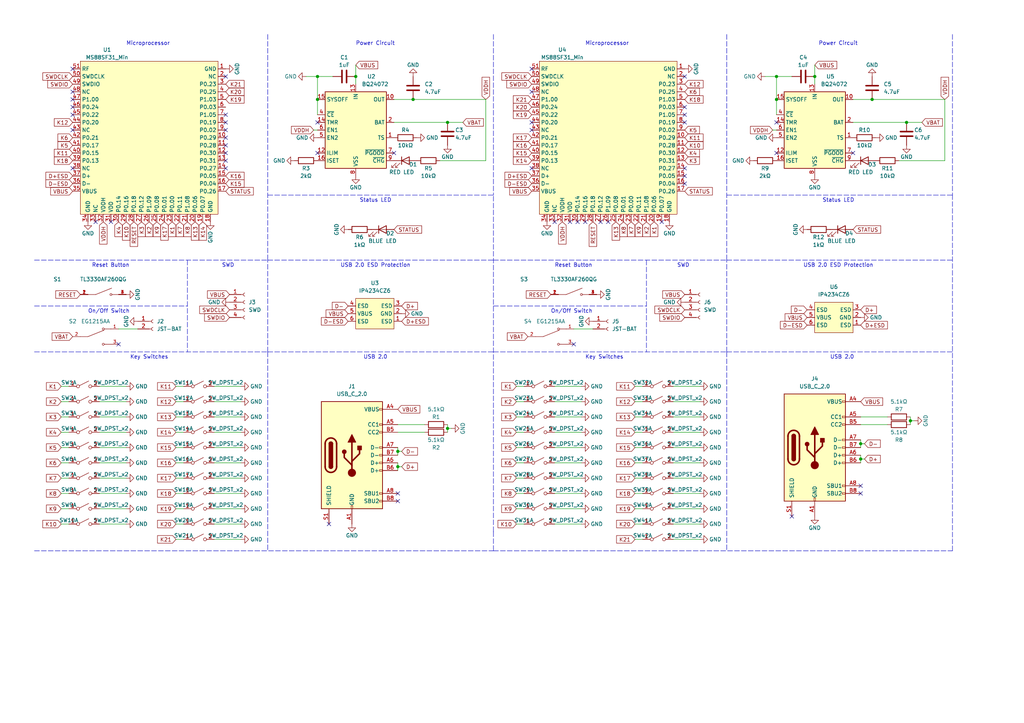
<source format=kicad_sch>
(kicad_sch (version 20211123) (generator eeschema)
  (paper "User" 340.004 240.005)
  (title_block (title "Estoc"))
  (junction (at 257.81 25.4))
  (junction (at 105.41 33.02))
  (junction (at 300.99 40.64))
  (junction (at 132.08 149.86))
  (junction (at 118.11 25.4))
  (junction (at 105.41 25.4))
  (junction (at 285.75 147.32))
  (junction (at 270.51 25.4))
  (junction (at 257.81 33.02))
  (junction (at 137.16 33.02))
  (junction (at 148.59 40.64))
  (junction (at 148.59 142.24))
  (junction (at 302.26 139.7))
  (junction (at 132.08 154.94))
  (junction (at 285.75 152.4))
  (junction (at 289.56 33.02))
  (no_connect (at 105.41 50.8))
  (no_connect (at 176.53 55.88))
  (no_connect (at 285.75 163.83))
  (no_connect (at 105.41 40.64))
  (no_connect (at 130.81 50.8))
  (no_connect (at 176.53 43.18))
  (no_connect (at 283.21 50.8))
  (no_connect (at 189.23 73.66))
  (no_connect (at 39.37 114.3))
  (no_connect (at 184.15 73.66))
  (no_connect (at 132.08 166.37))
  (no_connect (at 132.08 163.83))
  (no_connect (at 285.75 161.29))
  (no_connect (at 24.13 22.86))
  (no_connect (at 257.81 50.8))
  (no_connect (at 262.89 171.45))
  (no_connect (at 257.81 40.64))
  (no_connect (at 24.13 30.48))
  (no_connect (at 74.93 25.4))
  (no_connect (at 36.83 73.66))
  (no_connect (at 31.75 73.66))
  (no_connect (at 24.13 43.18))
  (no_connect (at 24.13 55.88))
  (no_connect (at 190.5 114.3))
  (no_connect (at 24.13 33.02))
  (no_connect (at 24.13 35.56))
  (no_connect (at 24.13 38.1))
  (no_connect (at 74.93 55.88))
  (no_connect (at 74.93 53.34))
  (no_connect (at 74.93 50.8))
  (no_connect (at 74.93 48.26))
  (no_connect (at 74.93 45.72))
  (no_connect (at 74.93 43.18))
  (no_connect (at 74.93 40.64))
  (no_connect (at 74.93 38.1))
  (no_connect (at 219.71 73.66))
  (no_connect (at 227.33 58.42))
  (no_connect (at 227.33 60.96))
  (no_connect (at 227.33 38.1))
  (no_connect (at 227.33 35.56))
  (no_connect (at 201.93 73.66))
  (no_connect (at 227.33 55.88))
  (no_connect (at 227.33 40.64))
  (no_connect (at 194.31 73.66))
  (no_connect (at 199.39 73.66))
  (no_connect (at 191.77 73.66))
  (no_connect (at 176.53 40.64))
  (no_connect (at 176.53 22.86))
  (no_connect (at 227.33 25.4))
  (no_connect (at 109.22 173.99))
  (no_connect (at 176.53 30.48))
  (wire (pts (xy 118.11 21.59) (xy 118.11 25.4)))
  (wire (pts (xy 171.45 153.67) (xy 173.99 153.67)))
  (wire (pts (xy 285.75 152.4) (xy 287.02 152.4)))
  (wire (pts (xy 161.29 53.34) (xy 146.05 53.34)))
  (wire (pts (xy 232.41 138.43) (xy 223.52 138.43)))
  (wire (pts (xy 41.91 128.27) (xy 33.02 128.27)))
  (wire (pts (xy 80.01 179.07) (xy 71.12 179.07)))
  (wire (pts (xy 20.32 148.59) (xy 22.86 148.59)))
  (wire (pts (xy 294.64 140.97) (xy 285.75 140.97)))
  (wire (pts (xy 58.42 173.99) (xy 60.96 173.99)))
  (wire (pts (xy 210.82 173.99) (xy 213.36 173.99)))
  (wire (pts (xy 20.32 158.75) (xy 22.86 158.75)))
  (wire (pts (xy 193.04 128.27) (xy 184.15 128.27)))
  (wire (pts (xy 80.01 163.83) (xy 71.12 163.83)))
  (wire (pts (xy 80.01 153.67) (xy 71.12 153.67)))
  (polyline (pts (xy 62.23 86.36) (xy 62.23 116.84)))
  (wire (pts (xy 232.41 168.91) (xy 223.52 168.91)))
  (wire (pts (xy 302.26 139.7) (xy 303.53 139.7)))
  (wire (pts (xy 58.42 128.27) (xy 60.96 128.27)))
  (polyline (pts (xy 163.83 176.53) (xy 163.83 64.77)))
  (wire (pts (xy 256.54 43.18) (xy 257.81 43.18)))
  (wire (pts (xy 80.01 158.75) (xy 71.12 158.75)))
  (wire (pts (xy 80.01 148.59) (xy 71.12 148.59)))
  (wire (pts (xy 20.32 133.35) (xy 22.86 133.35)))
  (wire (pts (xy 289.56 33.02) (xy 313.69 33.02)))
  (wire (pts (xy 210.82 163.83) (xy 213.36 163.83)))
  (polyline (pts (xy 241.3 116.84) (xy 316.23 116.84)))
  (wire (pts (xy 254 25.4) (xy 257.81 25.4)))
  (wire (pts (xy 171.45 138.43) (xy 173.99 138.43)))
  (wire (pts (xy 270.51 21.59) (xy 270.51 25.4)))
  (wire (pts (xy 285.75 152.4) (xy 285.75 153.67)))
  (wire (pts (xy 132.08 154.94) (xy 133.35 154.94)))
  (wire (pts (xy 171.45 133.35) (xy 173.99 133.35)))
  (wire (pts (xy 193.04 148.59) (xy 184.15 148.59)))
  (wire (pts (xy 300.99 40.64) (xy 306.07 40.64)))
  (wire (pts (xy 41.91 158.75) (xy 33.02 158.75)))
  (polyline (pts (xy 214.63 86.36) (xy 214.63 116.84)))
  (wire (pts (xy 58.42 133.35) (xy 60.96 133.35)))
  (polyline (pts (xy 88.9 86.36) (xy 163.83 86.36)))
  (polyline (pts (xy 88.9 116.84) (xy 163.83 116.84)))
  (wire (pts (xy 140.97 140.97) (xy 132.08 140.97)))
  (polyline (pts (xy 11.43 101.6) (xy 62.23 101.6)))
  (wire (pts (xy 193.04 143.51) (xy 184.15 143.51)))
  (wire (pts (xy 232.41 163.83) (xy 223.52 163.83)))
  (wire (pts (xy 132.08 153.67) (xy 132.08 154.94)))
  (polyline (pts (xy 316.23 182.88) (xy 316.23 64.77)))
  (polyline (pts (xy 163.83 101.6) (xy 214.63 101.6)))
  (wire (pts (xy 45.72 109.22) (xy 39.37 109.22)))
  (wire (pts (xy 232.41 153.67) (xy 223.52 153.67)))
  (wire (pts (xy 294.64 138.43) (xy 285.75 138.43)))
  (wire (pts (xy 20.32 138.43) (xy 22.86 138.43)))
  (polyline (pts (xy 316.23 11.43) (xy 316.23 64.77)))
  (wire (pts (xy 161.29 33.02) (xy 161.29 53.34)))
  (polyline (pts (xy 241.3 116.84) (xy 241.3 86.36)))
  (wire (pts (xy 132.08 149.86) (xy 133.35 149.86)))
  (wire (pts (xy 285.75 146.05) (xy 285.75 147.32)))
  (polyline (pts (xy 241.3 11.43) (xy 241.3 86.36)))
  (wire (pts (xy 148.59 142.24) (xy 149.86 142.24)))
  (polyline (pts (xy 163.83 176.53) (xy 163.83 182.88)))
  (polyline (pts (xy 241.3 86.36) (xy 316.23 86.36)))
  (wire (pts (xy 210.82 143.51) (xy 213.36 143.51)))
  (polyline (pts (xy 88.9 116.84) (xy 88.9 182.88)))
  (polyline (pts (xy 88.9 116.84) (xy 88.9 86.36)))
  (wire (pts (xy 148.59 140.97) (xy 148.59 142.24)))
  (wire (pts (xy 210.82 133.35) (xy 213.36 133.35)))
  (wire (pts (xy 210.82 148.59) (xy 213.36 148.59)))
  (wire (pts (xy 210.82 138.43) (xy 213.36 138.43)))
  (wire (pts (xy 232.41 179.07) (xy 223.52 179.07)))
  (wire (pts (xy 257.81 25.4) (xy 257.81 33.02)))
  (wire (pts (xy 58.42 158.75) (xy 60.96 158.75)))
  (wire (pts (xy 80.01 168.91) (xy 71.12 168.91)))
  (wire (pts (xy 58.42 168.91) (xy 60.96 168.91)))
  (wire (pts (xy 58.42 143.51) (xy 60.96 143.51)))
  (wire (pts (xy 80.01 173.99) (xy 71.12 173.99)))
  (wire (pts (xy 105.41 25.4) (xy 110.49 25.4)))
  (wire (pts (xy 20.32 143.51) (xy 22.86 143.51)))
  (polyline (pts (xy 241.3 116.84) (xy 241.3 182.88)))
  (wire (pts (xy 193.04 163.83) (xy 184.15 163.83)))
  (polyline (pts (xy 163.83 116.84) (xy 241.3 116.84)))
  (wire (pts (xy 130.81 40.64) (xy 148.59 40.64)))
  (wire (pts (xy 285.75 151.13) (xy 285.75 152.4)))
  (wire (pts (xy 257.81 33.02) (xy 257.81 38.1)))
  (polyline (pts (xy 163.83 182.88) (xy 316.23 182.88)))
  (wire (pts (xy 132.08 149.86) (xy 132.08 151.13)))
  (wire (pts (xy 58.42 153.67) (xy 60.96 153.67)))
  (polyline (pts (xy 11.43 116.84) (xy 88.9 116.84)))
  (wire (pts (xy 140.97 143.51) (xy 132.08 143.51)))
  (wire (pts (xy 80.01 138.43) (xy 71.12 138.43)))
  (wire (pts (xy 232.41 128.27) (xy 223.52 128.27)))
  (wire (pts (xy 41.91 148.59) (xy 33.02 148.59)))
  (wire (pts (xy 58.42 179.07) (xy 60.96 179.07)))
  (wire (pts (xy 104.14 43.18) (xy 105.41 43.18)))
  (wire (pts (xy 171.45 143.51) (xy 173.99 143.51)))
  (wire (pts (xy 105.41 33.02) (xy 105.41 38.1)))
  (wire (pts (xy 20.32 128.27) (xy 22.86 128.27)))
  (wire (pts (xy 210.82 168.91) (xy 213.36 168.91)))
  (wire (pts (xy 302.26 139.7) (xy 302.26 140.97)))
  (wire (pts (xy 41.91 138.43) (xy 33.02 138.43)))
  (wire (pts (xy 41.91 133.35) (xy 33.02 133.35)))
  (wire (pts (xy 80.01 133.35) (xy 71.12 133.35)))
  (wire (pts (xy 41.91 168.91) (xy 33.02 168.91)))
  (wire (pts (xy 58.42 138.43) (xy 60.96 138.43)))
  (wire (pts (xy 313.69 53.34) (xy 298.45 53.34)))
  (wire (pts (xy 285.75 147.32) (xy 287.02 147.32)))
  (polyline (pts (xy 163.83 11.43) (xy 163.83 64.77)))
  (wire (pts (xy 132.08 154.94) (xy 132.08 156.21)))
  (wire (pts (xy 130.81 33.02) (xy 137.16 33.02)))
  (wire (pts (xy 210.82 179.07) (xy 213.36 179.07)))
  (wire (pts (xy 20.32 153.67) (xy 22.86 153.67)))
  (wire (pts (xy 148.59 142.24) (xy 148.59 143.51)))
  (polyline (pts (xy 241.3 64.77) (xy 316.23 64.77)))
  (wire (pts (xy 58.42 148.59) (xy 60.96 148.59)))
  (wire (pts (xy 210.82 158.75) (xy 213.36 158.75)))
  (wire (pts (xy 193.04 168.91) (xy 184.15 168.91)))
  (polyline (pts (xy 11.43 86.36) (xy 88.9 86.36)))
  (wire (pts (xy 285.75 147.32) (xy 285.75 148.59)))
  (wire (pts (xy 171.45 148.59) (xy 173.99 148.59)))
  (polyline (pts (xy 11.43 182.88) (xy 163.83 182.88)))
  (wire (pts (xy 80.01 128.27) (xy 71.12 128.27)))
  (wire (pts (xy 132.08 148.59) (xy 132.08 149.86)))
  (wire (pts (xy 41.91 173.99) (xy 33.02 173.99)))
  (wire (pts (xy 302.26 138.43) (xy 302.26 139.7)))
  (wire (pts (xy 283.21 40.64) (xy 300.99 40.64)))
  (wire (pts (xy 58.42 163.83) (xy 60.96 163.83)))
  (wire (pts (xy 283.21 33.02) (xy 289.56 33.02)))
  (wire (pts (xy 257.81 25.4) (xy 262.89 25.4)))
  (wire (pts (xy 171.45 168.91) (xy 173.99 168.91)))
  (wire (pts (xy 232.41 133.35) (xy 223.52 133.35)))
  (wire (pts (xy 232.41 173.99) (xy 223.52 173.99)))
  (wire (pts (xy 193.04 133.35) (xy 184.15 133.35)))
  (polyline (pts (xy 88.9 11.43) (xy 88.9 86.36)))
  (polyline (pts (xy 163.83 86.36) (xy 241.3 86.36)))
  (wire (pts (xy 171.45 158.75) (xy 173.99 158.75)))
  (wire (pts (xy 210.82 128.27) (xy 213.36 128.27)))
  (wire (pts (xy 105.41 25.4) (xy 105.41 33.02)))
  (wire (pts (xy 20.32 163.83) (xy 22.86 163.83)))
  (wire (pts (xy 210.82 153.67) (xy 213.36 153.67)))
  (wire (pts (xy 20.32 168.91) (xy 22.86 168.91)))
  (wire (pts (xy 137.16 33.02) (xy 161.29 33.02)))
  (wire (pts (xy 80.01 143.51) (xy 71.12 143.51)))
  (wire (pts (xy 41.91 163.83) (xy 33.02 163.83)))
  (wire (pts (xy 193.04 153.67) (xy 184.15 153.67)))
  (wire (pts (xy 232.41 143.51) (xy 223.52 143.51)))
  (wire (pts (xy 118.11 25.4) (xy 118.11 27.94)))
  (wire (pts (xy 313.69 33.02) (xy 313.69 53.34)))
  (wire (pts (xy 270.51 25.4) (xy 270.51 27.94)))
  (wire (pts (xy 232.41 158.75) (xy 223.52 158.75)))
  (polyline (pts (xy 88.9 64.77) (xy 163.83 64.77)))
  (wire (pts (xy 171.45 173.99) (xy 173.99 173.99)))
  (wire (pts (xy 232.41 148.59) (xy 223.52 148.59)))
  (wire (pts (xy 41.91 153.67) (xy 33.02 153.67)))
  (wire (pts (xy 171.45 128.27) (xy 173.99 128.27)))
  (wire (pts (xy 101.6 25.4) (xy 105.41 25.4)))
  (wire (pts (xy 193.04 158.75) (xy 184.15 158.75)))
  (wire (pts (xy 171.45 163.83) (xy 173.99 163.83)))
  (wire (pts (xy 20.32 173.99) (xy 22.86 173.99)))
  (wire (pts (xy 148.59 40.64) (xy 153.67 40.64)))
  (wire (pts (xy 196.85 109.22) (xy 190.5 109.22)))
  (wire (pts (xy 193.04 173.99) (xy 184.15 173.99)))
  (wire (pts (xy 193.04 138.43) (xy 184.15 138.43)))
  (wire (pts (xy 41.91 143.51) (xy 33.02 143.51)))
  (text "SWD" (at 224.79 88.9 0) (effects (font (size 1.27 1.27)) (justify left bottom)))
  (text "USB 2.0" (at 120.65 119.38 0) (effects (font (size 1.27 1.27)) (justify left bottom)))
  (text "Power Circuit" (at 118.11 15.24 0) (effects (font (size 1.27 1.27)) (justify left bottom)))
  (text "Key Switches" (at 43.18 119.38 0) (effects (font (size 1.27 1.27)) (justify left bottom)))
  (text "USB 2.0 ESD Protection" (at 266.7 88.9 0) (effects (font (size 1.27 1.27)) (justify left bottom)))
  (text "Status LED" (at 273.05 67.31 0) (effects (font (size 1.27 1.27)) (justify left bottom)))
  (text "USB 2.0 ESD Protection" (at 113.03 88.9 0) (effects (font (size 1.27 1.27)) (justify left bottom)))
  (text "SWD" (at 73.66 88.9 0) (effects (font (size 1.27 1.27)) (justify left bottom)))
  (text "Microprocessor" (at 194.31 15.24 0) (effects (font (size 1.27 1.27)) (justify left bottom)))
  (text "Reset Button" (at 30.48 88.9 0) (effects (font (size 1.27 1.27)) (justify left bottom)))
  (text "Status LED" (at 119.38 67.31 0) (effects (font (size 1.27 1.27)) (justify left bottom)))
  (text "On/Off Switch" (at 29.21 104.14 0) (effects (font (size 1.27 1.27)) (justify left bottom)))
  (text "Reset Button" (at 184.15 88.9 0) (effects (font (size 1.27 1.27)) (justify left bottom)))
  (text "Power Circuit" (at 271.78 15.24 0) (effects (font (size 1.27 1.27)) (justify left bottom)))
  (text "Key Switches" (at 194.31 119.38 0) (effects (font (size 1.27 1.27)) (justify left bottom)))
  (text "Microprocessor" (at 41.91 15.24 0) (effects (font (size 1.27 1.27)) (justify left bottom)))
  (text "USB 2.0" (at 275.59 119.38 0) (effects (font (size 1.27 1.27)) (justify left bottom)))
  (text "On/Off Switch" (at 182.88 104.14 0) (effects (font (size 1.27 1.27)) (justify left bottom)))
  (global_label "K7" (shape input) (at 209.55 73.66 270) (property "Intersheet References" "${INTERSHEET_REFS}" (effects hide)))
  (global_label "K2" (shape input) (at 20.32 133.35 180) (property "Intersheet References" "${INTERSHEET_REFS}" (effects hide)))
  (global_label "K2" (shape input) (at 171.45 133.35 180) (property "Intersheet References" "${INTERSHEET_REFS}" (effects hide)))
  (global_label "K15" (shape input) (at 58.42 148.59 180) (property "Intersheet References" "${INTERSHEET_REFS}" (effects hide)))
  (global_label "K1" (shape input) (at 171.45 128.27 180) (property "Intersheet References" "${INTERSHEET_REFS}" (effects hide)))
  (global_label "K2" (shape input) (at 49.53 73.66 270) (property "Intersheet References" "${INTERSHEET_REFS}" (effects hide)))
  (global_label "STATUS" (shape input) (at 74.93 63.5 0) (property "Intersheet References" "${INTERSHEET_REFS}" (effects hide)))
  (global_label "SWDCLK" (shape input) (at 227.33 102.87 180) (property "Intersheet References" "${INTERSHEET_REFS}" (effects hide)))
  (global_label "K16" (shape input) (at 176.53 48.26 180) (property "Intersheet References" "${INTERSHEET_REFS}" (effects hide)))
  (global_label "K14" (shape input) (at 58.42 143.51 180) (property "Intersheet References" "${INTERSHEET_REFS}" (effects hide)))
  (global_label "K1" (shape input) (at 217.17 73.66 270) (property "Intersheet References" "${INTERSHEET_REFS}" (effects hide)))
  (global_label "VDDH" (shape input) (at 313.69 33.02 90) (property "Intersheet References" "${INTERSHEET_REFS}" (effects hide)))
  (global_label "K16" (shape input) (at 58.42 153.67 180) (property "Intersheet References" "${INTERSHEET_REFS}" (effects hide)))
  (global_label "D+" (shape input) (at 285.75 102.87 0) (property "Intersheet References" "${INTERSHEET_REFS}" (effects hide)))
  (global_label "K5" (shape input) (at 171.45 148.59 180) (property "Intersheet References" "${INTERSHEET_REFS}" (effects hide)))
  (global_label "D-" (shape input) (at 287.02 147.32 0) (property "Intersheet References" "${INTERSHEET_REFS}" (effects hide)))
  (global_label "RESET" (shape input) (at 44.45 73.66 270) (property "Intersheet References" "${INTERSHEET_REFS}" (effects hide)))
  (global_label "K9" (shape input) (at 212.09 73.66 270) (property "Intersheet References" "${INTERSHEET_REFS}" (effects hide)))
  (global_label "VDDH" (shape input) (at 34.29 73.66 270) (property "Intersheet References" "${INTERSHEET_REFS}" (effects hide)))
  (global_label "SWDCLK" (shape input) (at 76.2 102.87 180) (property "Intersheet References" "${INTERSHEET_REFS}" (effects hide)))
  (global_label "RESET" (shape input) (at 26.67 97.79 180) (property "Intersheet References" "${INTERSHEET_REFS}" (effects hide)))
  (global_label "VBAT" (shape input) (at 153.67 40.64 0) (property "Intersheet References" "${INTERSHEET_REFS}" (effects hide)))
  (global_label "K20" (shape input) (at 210.82 173.99 180) (property "Intersheet References" "${INTERSHEET_REFS}" (effects hide)))
  (global_label "D-" (shape input) (at 115.57 101.6 180) (property "Intersheet References" "${INTERSHEET_REFS}" (effects hide)))
  (global_label "K14" (shape input) (at 67.31 73.66 270) (property "Intersheet References" "${INTERSHEET_REFS}" (effects hide)))
  (global_label "SWDCLK" (shape input) (at 176.53 25.4 180) (property "Intersheet References" "${INTERSHEET_REFS}" (effects hide)))
  (global_label "SWDIO" (shape input) (at 76.2 105.41 180) (property "Intersheet References" "${INTERSHEET_REFS}" (effects hide)))
  (global_label "K12" (shape input) (at 58.42 133.35 180) (property "Intersheet References" "${INTERSHEET_REFS}" (effects hide)))
  (global_label "K20" (shape input) (at 74.93 30.48 0) (property "Intersheet References" "${INTERSHEET_REFS}" (effects hide)))
  (global_label "VBUS" (shape input) (at 24.13 63.5 180) (property "Intersheet References" "${INTERSHEET_REFS}" (effects hide)))
  (global_label "K20" (shape input) (at 176.53 35.56 180) (property "Intersheet References" "${INTERSHEET_REFS}" (effects hide)))
  (global_label "K20" (shape input) (at 58.42 173.99 180) (property "Intersheet References" "${INTERSHEET_REFS}" (effects hide)))
  (global_label "D-" (shape input) (at 267.97 102.87 180) (property "Intersheet References" "${INTERSHEET_REFS}" (effects hide)))
  (global_label "K12" (shape input) (at 24.13 40.64 180) (property "Intersheet References" "${INTERSHEET_REFS}" (effects hide)))
  (global_label "K10" (shape input) (at 227.33 48.26 0) (property "Intersheet References" "${INTERSHEET_REFS}" (effects hide)))
  (global_label "STATUS" (shape input) (at 283.21 76.2 0) (property "Intersheet References" "${INTERSHEET_REFS}" (effects hide)))
  (global_label "RESET" (shape input) (at 196.85 73.66 270) (property "Intersheet References" "${INTERSHEET_REFS}" (effects hide)))
  (global_label "K13" (shape input) (at 64.77 73.66 270) (property "Intersheet References" "${INTERSHEET_REFS}" (effects hide)))
  (global_label "VBUS" (shape input) (at 115.57 104.14 180) (property "Intersheet References" "${INTERSHEET_REFS}" (effects hide)))
  (global_label "K14" (shape input) (at 176.53 53.34 180) (property "Intersheet References" "${INTERSHEET_REFS}" (effects hide)))
  (global_label "K6" (shape input) (at 227.33 30.48 0) (property "Intersheet References" "${INTERSHEET_REFS}" (effects hide)))
  (global_label "D+" (shape input) (at 133.35 154.94 0) (property "Intersheet References" "${INTERSHEET_REFS}" (effects hide)))
  (global_label "K21" (shape input) (at 210.82 179.07 180) (property "Intersheet References" "${INTERSHEET_REFS}" (effects hide)))
  (global_label "K5" (shape input) (at 24.13 48.26 180) (property "Intersheet References" "${INTERSHEET_REFS}" (effects hide)))
  (global_label "K11" (shape input) (at 227.33 45.72 0) (property "Intersheet References" "${INTERSHEET_REFS}" (effects hide)))
  (global_label "D-" (shape input) (at 133.35 149.86 0) (property "Intersheet References" "${INTERSHEET_REFS}" (effects hide)))
  (global_label "K1" (shape input) (at 20.32 128.27 180) (property "Intersheet References" "${INTERSHEET_REFS}" (effects hide)))
  (global_label "RESET" (shape input) (at 182.88 97.79 180) (property "Intersheet References" "${INTERSHEET_REFS}" (effects hide)))
  (global_label "K15" (shape input) (at 176.53 50.8 180) (property "Intersheet References" "${INTERSHEET_REFS}" (effects hide)))
  (global_label "VBUS" (shape input) (at 227.33 97.79 180) (property "Intersheet References" "${INTERSHEET_REFS}" (effects hide)))
  (global_label "K4" (shape input) (at 39.37 73.66 270) (property "Intersheet References" "${INTERSHEET_REFS}" (effects hide)))
  (global_label "K18" (shape input) (at 210.82 163.83 180) (property "Intersheet References" "${INTERSHEET_REFS}" (effects hide)))
  (global_label "VBUS" (shape input) (at 76.2 97.79 180) (property "Intersheet References" "${INTERSHEET_REFS}" (effects hide)))
  (global_label "K13" (shape input) (at 210.82 138.43 180) (property "Intersheet References" "${INTERSHEET_REFS}" (effects hide)))
  (global_label "K3" (shape input) (at 227.33 53.34 0) (property "Intersheet References" "${INTERSHEET_REFS}" (effects hide)))
  (global_label "D+" (shape input) (at 133.35 101.6 0) (property "Intersheet References" "${INTERSHEET_REFS}" (effects hide)))
  (global_label "K15" (shape input) (at 74.93 60.96 0) (property "Intersheet References" "${INTERSHEET_REFS}" (effects hide)))
  (global_label "K15" (shape input) (at 210.82 148.59 180) (property "Intersheet References" "${INTERSHEET_REFS}" (effects hide)))
  (global_label "D-ESD" (shape input) (at 115.57 106.68 180) (property "Intersheet References" "${INTERSHEET_REFS}" (effects hide)))
  (global_label "K16" (shape input) (at 210.82 153.67 180) (property "Intersheet References" "${INTERSHEET_REFS}" (effects hide)))
  (global_label "K9" (shape input) (at 171.45 168.91 180) (property "Intersheet References" "${INTERSHEET_REFS}" (effects hide)))
  (global_label "D+ESD" (shape input) (at 176.53 58.42 180) (property "Intersheet References" "${INTERSHEET_REFS}" (effects hide)))
  (global_label "K19" (shape input) (at 74.93 33.02 0) (property "Intersheet References" "${INTERSHEET_REFS}" (effects hide)))
  (global_label "K16" (shape input) (at 74.93 58.42 0) (property "Intersheet References" "${INTERSHEET_REFS}" (effects hide)))
  (global_label "K4" (shape input) (at 171.45 143.51 180) (property "Intersheet References" "${INTERSHEET_REFS}" (effects hide)))
  (global_label "SWDIO" (shape input) (at 227.33 105.41 180) (property "Intersheet References" "${INTERSHEET_REFS}" (effects hide)))
  (global_label "SWDIO" (shape input) (at 176.53 27.94 180) (property "Intersheet References" "${INTERSHEET_REFS}" (effects hide)))
  (global_label "K4" (shape input) (at 20.32 143.51 180) (property "Intersheet References" "${INTERSHEET_REFS}" (effects hide)))
  (global_label "K11" (shape input) (at 210.82 128.27 180) (property "Intersheet References" "${INTERSHEET_REFS}" (effects hide)))
  (global_label "K6" (shape input) (at 20.32 153.67 180) (property "Intersheet References" "${INTERSHEET_REFS}" (effects hide)))
  (global_label "VDDH" (shape input) (at 256.54 43.18 180) (property "Intersheet References" "${INTERSHEET_REFS}" (effects hide)))
  (global_label "SWDCLK" (shape input) (at 24.13 25.4 180) (property "Intersheet References" "${INTERSHEET_REFS}" (effects hide)))
  (global_label "D+ESD" (shape input) (at 24.13 58.42 180) (property "Intersheet References" "${INTERSHEET_REFS}" (effects hide)))
  (global_label "VBAT" (shape input) (at 175.26 111.76 180) (property "Intersheet References" "${INTERSHEET_REFS}" (effects hide)))
  (global_label "K11" (shape input) (at 58.42 128.27 180) (property "Intersheet References" "${INTERSHEET_REFS}" (effects hide)))
  (global_label "VDDH" (shape input) (at 186.69 73.66 270) (property "Intersheet References" "${INTERSHEET_REFS}" (effects hide)))
  (global_label "K4" (shape input) (at 227.33 50.8 0) (property "Intersheet References" "${INTERSHEET_REFS}" (effects hide)))
  (global_label "K18" (shape input) (at 58.42 163.83 180) (property "Intersheet References" "${INTERSHEET_REFS}" (effects hide)))
  (global_label "K7" (shape input) (at 59.69 73.66 270) (property "Intersheet References" "${INTERSHEET_REFS}" (effects hide)))
  (global_label "K19" (shape input) (at 58.42 168.91 180) (property "Intersheet References" "${INTERSHEET_REFS}" (effects hide)))
  (global_label "STATUS" (shape input) (at 130.81 76.2 0) (property "Intersheet References" "${INTERSHEET_REFS}" (effects hide)))
  (global_label "K3" (shape input) (at 20.32 138.43 180) (property "Intersheet References" "${INTERSHEET_REFS}" (effects hide)))
  (global_label "D+ESD" (shape input) (at 285.75 107.95 0) (property "Intersheet References" "${INTERSHEET_REFS}" (effects hide)))
  (global_label "K12" (shape input) (at 210.82 133.35 180) (property "Intersheet References" "${INTERSHEET_REFS}" (effects hide)))
  (global_label "SWDIO" (shape input) (at 24.13 27.94 180) (property "Intersheet References" "${INTERSHEET_REFS}" (effects hide)))
  (global_label "K6" (shape input) (at 171.45 153.67 180) (property "Intersheet References" "${INTERSHEET_REFS}" (effects hide)))
  (global_label "K9" (shape input) (at 52.07 73.66 270) (property "Intersheet References" "${INTERSHEET_REFS}" (effects hide)))
  (global_label "VBAT" (shape input) (at 24.13 111.76 180) (property "Intersheet References" "${INTERSHEET_REFS}" (effects hide)))
  (global_label "K13" (shape input) (at 58.42 138.43 180) (property "Intersheet References" "${INTERSHEET_REFS}" (effects hide)))
  (global_label "D-ESD" (shape input) (at 176.53 60.96 180) (property "Intersheet References" "${INTERSHEET_REFS}" (effects hide)))
  (global_label "K3" (shape input) (at 171.45 138.43 180) (property "Intersheet References" "${INTERSHEET_REFS}" (effects hide)))
  (global_label "K12" (shape input) (at 227.33 27.94 0) (property "Intersheet References" "${INTERSHEET_REFS}" (effects hide)))
  (global_label "K9" (shape input) (at 20.32 168.91 180) (property "Intersheet References" "${INTERSHEET_REFS}" (effects hide)))
  (global_label "K11" (shape input) (at 24.13 50.8 180) (property "Intersheet References" "${INTERSHEET_REFS}" (effects hide)))
  (global_label "K10" (shape input) (at 171.45 173.99 180) (property "Intersheet References" "${INTERSHEET_REFS}" (effects hide)))
  (global_label "D+ESD" (shape input) (at 133.35 106.68 0) (property "Intersheet References" "${INTERSHEET_REFS}" (effects hide)))
  (global_label "D-ESD" (shape input) (at 24.13 60.96 180) (property "Intersheet References" "${INTERSHEET_REFS}" (effects hide)))
  (global_label "VBUS" (shape input) (at 132.08 135.89 0) (property "Intersheet References" "${INTERSHEET_REFS}" (effects hide)))
  (global_label "VBUS" (shape input) (at 285.75 133.35 0) (property "Intersheet References" "${INTERSHEET_REFS}" (effects hide)))
  (global_label "VDDH" (shape input) (at 104.14 43.18 180) (property "Intersheet References" "${INTERSHEET_REFS}" (effects hide)))
  (global_label "K7" (shape input) (at 20.32 158.75 180) (property "Intersheet References" "${INTERSHEET_REFS}" (effects hide)))
  (global_label "VBUS" (shape input) (at 270.51 21.59 0) (property "Intersheet References" "${INTERSHEET_REFS}" (effects hide)))
  (global_label "K8" (shape input) (at 20.32 163.83 180) (property "Intersheet References" "${INTERSHEET_REFS}" (effects hide)))
  (global_label "D+" (shape input) (at 287.02 152.4 0) (property "Intersheet References" "${INTERSHEET_REFS}" (effects hide)))
  (global_label "K10" (shape input) (at 41.91 73.66 270) (property "Intersheet References" "${INTERSHEET_REFS}" (effects hide)))
  (global_label "K18" (shape input) (at 227.33 33.02 0) (property "Intersheet References" "${INTERSHEET_REFS}" (effects hide)))
  (global_label "K17" (shape input) (at 210.82 158.75 180) (property "Intersheet References" "${INTERSHEET_REFS}" (effects hide)))
  (global_label "K14" (shape input) (at 210.82 143.51 180) (property "Intersheet References" "${INTERSHEET_REFS}" (effects hide)))
  (global_label "K19" (shape input) (at 176.53 38.1 180) (property "Intersheet References" "${INTERSHEET_REFS}" (effects hide)))
  (global_label "K21" (shape input) (at 58.42 179.07 180) (property "Intersheet References" "${INTERSHEET_REFS}" (effects hide)))
  (global_label "K21" (shape input) (at 176.53 33.02 180) (property "Intersheet References" "${INTERSHEET_REFS}" (effects hide)))
  (global_label "VBUS" (shape input) (at 118.11 21.59 0) (property "Intersheet References" "${INTERSHEET_REFS}" (effects hide)))
  (global_label "K19" (shape input) (at 210.82 168.91 180) (property "Intersheet References" "${INTERSHEET_REFS}" (effects hide)))
  (global_label "K8" (shape input) (at 207.01 73.66 270) (property "Intersheet References" "${INTERSHEET_REFS}" (effects hide)))
  (global_label "D-ESD" (shape input) (at 267.97 107.95 180) (property "Intersheet References" "${INTERSHEET_REFS}" (effects hide)))
  (global_label "VBUS" (shape input) (at 267.97 105.41 180) (property "Intersheet References" "${INTERSHEET_REFS}" (effects hide)))
  (global_label "K10" (shape input) (at 20.32 173.99 180) (property "Intersheet References" "${INTERSHEET_REFS}" (effects hide)))
  (global_label "K5" (shape input) (at 227.33 43.18 0) (property "Intersheet References" "${INTERSHEET_REFS}" (effects hide)))
  (global_label "K3" (shape input) (at 46.99 73.66 270) (property "Intersheet References" "${INTERSHEET_REFS}" (effects hide)))
  (global_label "K17" (shape input) (at 58.42 158.75 180) (property "Intersheet References" "${INTERSHEET_REFS}" (effects hide)))
  (global_label "K13" (shape input) (at 204.47 73.66 270) (property "Intersheet References" "${INTERSHEET_REFS}" (effects hide)))
  (global_label "K18" (shape input) (at 24.13 53.34 180) (property "Intersheet References" "${INTERSHEET_REFS}" (effects hide)))
  (global_label "K1" (shape input) (at 57.15 73.66 270) (property "Intersheet References" "${INTERSHEET_REFS}" (effects hide)))
  (global_label "STATUS" (shape input) (at 227.33 63.5 0) (property "Intersheet References" "${INTERSHEET_REFS}" (effects hide)))
  (global_label "K5" (shape input) (at 20.32 148.59 180) (property "Intersheet References" "${INTERSHEET_REFS}" (effects hide)))
  (global_label "K21" (shape input) (at 74.93 27.94 0) (property "Intersheet References" "${INTERSHEET_REFS}" (effects hide)))
  (global_label "VDDH" (shape input) (at 161.29 33.02 90) (property "Intersheet References" "${INTERSHEET_REFS}" (effects hide)))
  (global_label "K8" (shape input) (at 171.45 163.83 180) (property "Intersheet References" "${INTERSHEET_REFS}" (effects hide)))
  (global_label "K7" (shape input) (at 171.45 158.75 180) (property "Intersheet References" "${INTERSHEET_REFS}" (effects hide)))
  (global_label "K17" (shape input) (at 176.53 45.72 180) (property "Intersheet References" "${INTERSHEET_REFS}" (effects hide)))
  (global_label "K2" (shape input) (at 214.63 73.66 270) (property "Intersheet References" "${INTERSHEET_REFS}" (effects hide)))
  (global_label "K8" (shape input) (at 62.23 73.66 270) (property "Intersheet References" "${INTERSHEET_REFS}" (effects hide)))
  (global_label "VBUS" (shape input) (at 176.53 63.5 180) (property "Intersheet References" "${INTERSHEET_REFS}" (effects hide)))
  (global_label "K6" (shape input) (at 24.13 45.72 180) (property "Intersheet References" "${INTERSHEET_REFS}" (effects hide)))
  (global_label "K17" (shape input) (at 54.61 73.66 270) (property "Intersheet References" "${INTERSHEET_REFS}" (effects hide)))
  (global_label "VBAT" (shape input) (at 306.07 40.64 0) (property "Intersheet References" "${INTERSHEET_REFS}" (effects hide)))
  (symbol (lib_id "power:GND") (at 198.12 97.79 90) (unit 1)
    (property "Reference" "#PWR0143" (effects hide))
    (property "Value" "GND" (at 201.93 97.79 0))
  )
  (symbol (lib_id "power:GND") (at 45.72 106.68 270) (unit 1)
    (property "Reference" "#PWR0138" (effects hide))
    (property "Value" "GND" (at 41.91 106.68 0))
  )
  (symbol (lib_id "Switch:SW_DPST_x2") (at 27.94 158.75 0) (unit 1)
    (property "Reference" "SW7" (at 22.86 157.48 0))
    (property "Value" "SW_DPST_x2" (at 36.83 157.48 0))
  )
  (symbol (lib_id "EG1215AA:EG1215AA") (at 182.88 111.76 0) (unit 1)
    (property "Reference" "S4" (at 175.26 106.68 0))
    (property "Value" "EG1215AA" (at 182.88 106.68 0))
    (property "Footprint" "SW_EG1215AA" (effects hide))
    (property "PARTREV" "A" (effects hide))
    (property "MANUFACTURER" "E Switch" (effects hide))
    (property "MAXIMUM_PACKAGE_HEIGHT" "1.40mm" (effects hide))
    (property "STANDARD" "Manufacturer Recommendations" (effects hide))
  )
  (symbol (lib_id "power:GND") (at 270.51 58.42 0) (unit 1)
    (property "Reference" "#PWR0150" (effects hide))
    (property "Value" "GND" (at 270.51 62.23 0))
  )
  (symbol (lib_id "Device:C") (at 137.16 29.21 180) (unit 1)
    (property "Reference" "C2" (at 140.97 27.9399 0) (effects (justify right)))
    (property "Value" "4.7uF" (at 140.97 30.4799 0) (effects (justify right)))
  )
  (symbol (lib_id "Switch:SW_DPST_x2") (at 179.07 138.43 0) (unit 1)
    (property "Reference" "SW24" (at 173.99 137.16 0))
    (property "Value" "SW_DPST_x2" (at 187.96 137.16 0))
  )
  (symbol (lib_id "Switch:SW_DPST_x2") (at 27.94 148.59 0) (unit 1)
    (property "Reference" "SW5" (at 22.86 147.32 0))
    (property "Value" "SW_DPST_x2" (at 36.83 147.32 0))
  )
  (symbol (lib_id "power:GND") (at 232.41 158.75 90) (unit 1)
    (property "Reference" "#PWR0171" (effects hide))
    (property "Value" "GND" (at 237.49 158.75 90))
  )
  (symbol (lib_id "Switch:SW_DPST_x2") (at 179.07 133.35 0) (unit 1)
    (property "Reference" "SW23" (at 173.99 132.08 0))
    (property "Value" "SW_DPST_x2" (at 187.96 132.08 0))
  )
  (symbol (lib_id "Switch:SW_DPST_x2") (at 27.94 143.51 0) (unit 1)
    (property "Reference" "SW4" (at 22.86 142.24 0))
    (property "Value" "SW_DPST_x2" (at 36.83 142.24 0))
  )
  (symbol (lib_id "Device:R") (at 254 53.34 90) (unit 1)
    (property "Reference" "R9" (at 254 55.88 90))
    (property "Value" "2kΩ" (at 254 58.42 90))
  )
  (symbol (lib_id "Switch:SW_DPST_x2") (at 27.94 168.91 0) (unit 1)
    (property "Reference" "SW9" (at 22.86 167.64 0))
    (property "Value" "SW_DPST_x2" (at 36.83 167.64 0))
  )
  (symbol (lib_id "Switch:SW_DPST_x2") (at 66.04 138.43 0) (unit 1)
    (property "Reference" "SW13" (at 60.96 137.16 0))
    (property "Value" "SW_DPST_x2" (at 74.93 137.16 0))
  )
  (symbol (lib_id "power:GND") (at 289.56 25.4 180) (unit 1)
    (property "Reference" "#PWR0148" (effects hide))
    (property "Value" "GND" (at 289.56 21.59 0))
  )
  (symbol (lib_id "power:GND") (at 232.41 148.59 90) (unit 1)
    (property "Reference" "#PWR0176" (effects hide))
    (property "Value" "GND" (at 237.49 148.59 90))
  )
  (symbol (lib_id "power:GND") (at 227.33 100.33 270) (unit 1)
    (property "Reference" "#PWR0142" (effects hide))
    (property "Value" "GND" (at 222.25 100.33 90))
  )
  (symbol (lib_id "power:GND") (at 300.99 48.26 0) (unit 1)
    (property "Reference" "#PWR0151" (effects hide))
    (property "Value" "GND" (at 300.99 52.07 0))
  )
  (symbol (lib_id "power:GND") (at 232.41 128.27 90) (unit 1)
    (property "Reference" "#PWR0174" (effects hide))
    (property "Value" "GND" (at 237.49 128.27 90))
  )
  (symbol (lib_id "power:GND") (at 41.91 168.91 90) (unit 1)
    (property "Reference" "#PWR0115" (effects hide))
    (property "Value" "GND" (at 46.99 168.91 90))
  )
  (symbol (lib_id "Switch:SW_DPST_x2") (at 66.04 173.99 0) (unit 1)
    (property "Reference" "SW20" (at 60.96 172.72 0))
    (property "Value" "SW_DPST_x2" (at 74.93 172.72 0))
  )
  (symbol (lib_id "Switch:SW_DPST_x2") (at 218.44 173.99 0) (unit 1)
    (property "Reference" "SW41" (at 213.36 172.72 0))
    (property "Value" "SW_DPST_x2" (at 227.33 172.72 0))
  )
  (symbol (lib_id "Connector:Conn_01x04_Female") (at 232.41 100.33 0) (unit 1)
    (property "Reference" "J6" (at 233.68 100.3299 0) (effects (justify left)))
    (property "Value" "SWD" (at 233.68 102.8699 0) (effects (justify left)))
  )
  (symbol (lib_id "0_ARognes:MS88SF31_Min") (at 179.07 20.32 0) (unit 1)
    (property "Reference" "U4" (at 186.69 16.51 0))
    (property "Value" "MS88SF31_Min" (at 186.69 19.05 0))
  )
  (symbol (lib_id "Switch:SW_DPST_x2") (at 179.07 158.75 0) (unit 1)
    (property "Reference" "SW28" (at 173.99 157.48 0))
    (property "Value" "SW_DPST_x2" (at 187.96 157.48 0))
  )
  (symbol (lib_id "Device:R") (at 101.6 53.34 90) (unit 1)
    (property "Reference" "R3" (at 101.6 55.88 90))
    (property "Value" "2kΩ" (at 101.6 58.42 90))
  )
  (symbol (lib_id "Device:R") (at 298.45 138.43 90) (unit 1)
    (property "Reference" "R7" (at 298.45 135.89 90))
    (property "Value" "5.1kΩ" (at 298.45 133.35 90))
  )
  (symbol (lib_id "power:GND") (at 101.6 25.4 270) (unit 1)
    (property "Reference" "#PWR0104" (effects hide))
    (property "Value" "GND" (at 96.52 25.4 90))
  )
  (symbol (lib_id "Switch:SW_DPST_x2") (at 27.94 128.27 0) (unit 1)
    (property "Reference" "SW1" (at 22.86 127 0))
    (property "Value" "SW_DPST_x2" (at 36.83 127 0))
  )
  (symbol (lib_id "Switch:SW_DPST_x2") (at 27.94 138.43 0) (unit 1)
    (property "Reference" "SW3" (at 22.86 137.16 0))
    (property "Value" "SW_DPST_x2" (at 36.83 137.16 0))
  )
  (symbol (lib_id "power:GND") (at 76.2 100.33 270) (unit 1)
    (property "Reference" "#PWR0102" (effects hide))
    (property "Value" "GND" (at 71.12 100.33 90))
  )
  (symbol (lib_id "Switch:SW_DPST_x2") (at 27.94 163.83 0) (unit 1)
    (property "Reference" "SW8" (at 22.86 162.56 0))
    (property "Value" "SW_DPST_x2" (at 36.83 162.56 0))
  )
  (symbol (lib_id "Battery_Management:BQ24075RGT") (at 118.11 43.18 0) (unit 1)
    (property "Reference" "U2" (at 121.92 25.4 0) (effects (justify left)))
    (property "Value" "BQ24072" (at 120.1294 27.94 0) (effects (justify left)))
    (property "Footprint" "Package_DFN_QFN:VQFN-16-1EP_3x3mm_P0.5mm_EP1.6x1.6mm" (effects hide))
    (property "Datasheet" "http://www.ti.com/lit/ds/symlink/bq24075.pdf" (effects hide))
  )
  (symbol (lib_id "0_ARognes:MS88SF31_Min") (at 26.67 20.32 0) (unit 1)
    (property "Reference" "U1" (at 35.56 16.51 0))
    (property "Value" "MS88SF31_Min" (at 35.56 19.05 0))
  )
  (symbol (lib_id "Device:C") (at 114.3 25.4 90) (unit 1)
    (property "Reference" "C1" (at 114.3 19.05 90))
    (property "Value" "1uF" (at 114.3 21.59 90))
  )
  (symbol (lib_id "power:GND") (at 118.11 58.42 0) (unit 1)
    (property "Reference" "#PWR0108" (effects hide))
    (property "Value" "GND" (at 118.11 62.23 0))
  )
  (symbol (lib_id "Device:R") (at 294.64 53.34 90) (unit 1)
    (property "Reference" "R11" (at 294.64 55.88 90))
    (property "Value" "10kΩ" (at 294.64 58.42 90))
  )
  (symbol (lib_id "power:GND") (at 270.51 171.45 0) (unit 1)
    (property "Reference" "#PWR0163" (effects hide))
    (property "Value" "GND" (at 270.51 175.26 0))
  )
  (symbol (lib_id "Switch:SW_DPST_x2") (at 66.04 148.59 0) (unit 1)
    (property "Reference" "SW15" (at 60.96 147.32 0))
    (property "Value" "SW_DPST_x2" (at 74.93 147.32 0))
  )
  (symbol (lib_id "Battery_Management:BQ24075RGT") (at 270.51 43.18 0) (unit 1)
    (property "Reference" "U5" (at 274.32 25.4 0) (effects (justify left)))
    (property "Value" "BQ24072" (at 272.5294 27.94 0) (effects (justify left)))
    (property "Footprint" "Package_DFN_QFN:VQFN-16-1EP_3x3mm_P0.5mm_EP1.6x1.6mm" (effects hide))
    (property "Datasheet" "http://www.ti.com/lit/ds/symlink/bq24075.pdf" (effects hide))
  )
  (symbol (lib_id "power:GND") (at 80.01 179.07 90) (unit 1)
    (property "Reference" "#PWR0118" (effects hide))
    (property "Value" "GND" (at 85.09 179.07 90))
  )
  (symbol (lib_id "power:GND") (at 290.83 45.72 90) (unit 1)
    (property "Reference" "#PWR0149" (effects hide))
    (property "Value" "GND" (at 295.91 45.72 90))
  )
  (symbol (lib_id "Switch:SW_DPST_x2") (at 179.07 163.83 0) (unit 1)
    (property "Reference" "SW29" (at 173.99 162.56 0))
    (property "Value" "SW_DPST_x2" (at 187.96 162.56 0))
  )
  (symbol (lib_id "power:GND") (at 193.04 153.67 90) (unit 1)
    (property "Reference" "#PWR0157" (effects hide))
    (property "Value" "GND" (at 198.12 153.67 90))
  )
  (symbol (lib_id "power:GND") (at 222.25 73.66 0) (unit 1)
    (property "Reference" "#PWR0139" (effects hide))
    (property "Value" "GND" (at 222.25 77.47 0))
  )
  (symbol (lib_id "Device:LED") (at 287.02 53.34 0) (unit 1)
    (property "Reference" "D3" (at 289.56 54.61 0))
    (property "Value" "RED LED" (at 285.75 57.15 0))
  )
  (symbol (lib_id "power:GND") (at 232.41 138.43 90) (unit 1)
    (property "Reference" "#PWR0166" (effects hide))
    (property "Value" "GND" (at 237.49 138.43 90))
  )
  (symbol (lib_id "power:GND") (at 254 25.4 270) (unit 1)
    (property "Reference" "#PWR0152" (effects hide))
    (property "Value" "GND" (at 248.92 25.4 90))
  )
  (symbol (lib_id "Device:R") (at 144.78 143.51 90) (unit 1)
    (property "Reference" "R2" (at 144.78 148.59 90))
    (property "Value" "5.1kΩ" (at 144.78 146.05 90))
  )
  (symbol (lib_id "power:GND") (at 80.01 138.43 90) (unit 1)
    (property "Reference" "#PWR0133" (effects hide))
    (property "Value" "GND" (at 85.09 138.43 90))
  )
  (symbol (lib_id "power:GND") (at 105.41 45.72 270) (unit 1)
    (property "Reference" "#PWR0101" (effects hide))
    (property "Value" "GND" (at 100.33 45.72 90))
  )
  (symbol (lib_id "Device:R") (at 271.78 76.2 90) (unit 1)
    (property "Reference" "R12" (at 271.78 78.74 90))
    (property "Value" "1kΩ" (at 271.78 81.28 90))
  )
  (symbol (lib_id "power:GND") (at 80.01 163.83 90) (unit 1)
    (property "Reference" "#PWR0121" (effects hide))
    (property "Value" "GND" (at 85.09 163.83 90))
  )
  (symbol (lib_id "Switch:SW_DPST_x2") (at 218.44 143.51 0) (unit 1)
    (property "Reference" "SW35" (at 213.36 142.24 0))
    (property "Value" "SW_DPST_x2" (at 227.33 142.24 0))
  )
  (symbol (lib_id "power:GND") (at 41.91 143.51 90) (unit 1)
    (property "Reference" "#PWR0130" (effects hide))
    (property "Value" "GND" (at 46.99 143.51 90))
  )
  (symbol (lib_id "power:GND") (at 41.91 153.67 90) (unit 1)
    (property "Reference" "#PWR0126" (effects hide))
    (property "Value" "GND" (at 46.99 153.67 90))
  )
  (symbol (lib_id "Switch:SW_DPST_x2") (at 218.44 153.67 0) (unit 1)
    (property "Reference" "SW37" (at 213.36 152.4 0))
    (property "Value" "SW_DPST_x2" (at 227.33 152.4 0))
  )
  (symbol (lib_id "Switch:SW_DPST_x2") (at 218.44 148.59 0) (unit 1)
    (property "Reference" "SW36" (at 213.36 147.32 0))
    (property "Value" "SW_DPST_x2" (at 227.33 147.32 0))
  )
  (symbol (lib_id "Switch:SW_DPST_x2") (at 66.04 128.27 0) (unit 1)
    (property "Reference" "SW11" (at 60.96 127 0))
    (property "Value" "SW_DPST_x2" (at 74.93 127 0))
  )
  (symbol (lib_id "Device:C") (at 289.56 29.21 180) (unit 1)
    (property "Reference" "C5" (at 293.37 27.9399 0) (effects (justify right)))
    (property "Value" "4.7uF" (at 293.37 30.4799 0) (effects (justify right)))
  )
  (symbol (lib_id "Device:R") (at 298.45 140.97 90) (unit 1)
    (property "Reference" "R8" (at 298.45 146.05 90))
    (property "Value" "5.1kΩ" (at 298.45 143.51 90))
  )
  (symbol (lib_id "Switch:SW_DPST_x2") (at 179.07 148.59 0) (unit 1)
    (property "Reference" "SW26" (at 173.99 147.32 0))
    (property "Value" "SW_DPST_x2" (at 187.96 147.32 0))
  )
  (symbol (lib_id "Switch:SW_DPST_x2") (at 218.44 158.75 0) (unit 1)
    (property "Reference" "SW38" (at 213.36 157.48 0))
    (property "Value" "SW_DPST_x2" (at 227.33 157.48 0))
  )
  (symbol (lib_id "Device:LED") (at 127 76.2 0) (unit 1)
    (property "Reference" "D2" (at 129.54 77.47 0))
    (property "Value" "BLUE LED" (at 127 80.01 0))
  )
  (symbol (lib_id "power:GND") (at 80.01 133.35 90) (unit 1)
    (property "Reference" "#PWR0117" (effects hide))
    (property "Value" "GND" (at 85.09 133.35 90))
  )
  (symbol (lib_id "power:GND") (at 196.85 106.68 270) (unit 1)
    (property "Reference" "#PWR0145" (effects hide))
    (property "Value" "GND" (at 193.04 106.68 0))
  )
  (symbol (lib_id "power:GND") (at 257.81 45.72 270) (unit 1)
    (property "Reference" "#PWR0146" (effects hide))
    (property "Value" "GND" (at 252.73 45.72 90))
  )
  (symbol (lib_id "power:GND") (at 41.91 158.75 90) (unit 1)
    (property "Reference" "#PWR0127" (effects hide))
    (property "Value" "GND" (at 46.99 158.75 90))
  )
  (symbol (lib_id "Switch:SW_DPST_x2") (at 218.44 138.43 0) (unit 1)
    (property "Reference" "SW34" (at 213.36 137.16 0))
    (property "Value" "SW_DPST_x2" (at 227.33 137.16 0))
  )
  (symbol (lib_id "Device:R") (at 287.02 45.72 90) (unit 1)
    (property "Reference" "R10" (at 287.02 43.18 90))
    (property "Value" "10kΩ" (at 287.02 48.26 90))
  )
  (symbol (lib_id "Switch:SW_DPST_x2") (at 179.07 153.67 0) (unit 1)
    (property "Reference" "SW27" (at 173.99 152.4 0))
    (property "Value" "SW_DPST_x2" (at 187.96 152.4 0))
  )
  (symbol (lib_id "power:GND") (at 29.21 73.66 0) (unit 1)
    (property "Reference" "#PWR0112" (effects hide))
    (property "Value" "GND" (at 29.21 77.47 0))
  )
  (symbol (lib_id "power:GND") (at 193.04 133.35 90) (unit 1)
    (property "Reference" "#PWR0159" (effects hide))
    (property "Value" "GND" (at 198.12 133.35 90))
  )
  (symbol (lib_id "Connector:USB_C_Receptacle_USB2.0") (at 116.84 151.13 0) (unit 1)
    (property "Reference" "J1" (at 116.84 128.27 0))
    (property "Value" "USB_C_2.0" (at 116.84 130.81 0))
    (property "Datasheet" "https://www.usb.org/sites/default/files/documents/usb_type-c.zip" (effects hide))
  )
  (symbol (lib_id "Switch:SW_DPST_x2") (at 66.04 163.83 0) (unit 1)
    (property "Reference" "SW18" (at 60.96 162.56 0))
    (property "Value" "SW_DPST_x2" (at 74.93 162.56 0))
  )
  (symbol (lib_id "power:GND") (at 193.04 168.91 90) (unit 1)
    (property "Reference" "#PWR0167" (effects hide))
    (property "Value" "GND" (at 198.12 168.91 90))
  )
  (symbol (lib_id "Device:R") (at 119.38 76.2 90) (unit 1)
    (property "Reference" "R6" (at 119.38 78.74 90))
    (property "Value" "1kΩ" (at 119.38 81.28 90))
  )
  (symbol (lib_id "power:GND") (at 41.91 128.27 90) (unit 1)
    (property "Reference" "#PWR0131" (effects hide))
    (property "Value" "GND" (at 46.99 128.27 90))
  )
  (symbol (lib_id "power:GND") (at 69.85 73.66 0) (unit 1)
    (property "Reference" "#PWR0123" (effects hide))
    (property "Value" "GND" (at 69.85 78.74 90))
  )
  (symbol (lib_id "Switch:SW_DPST_x2") (at 218.44 128.27 0) (unit 1)
    (property "Reference" "SW32" (at 213.36 127 0))
    (property "Value" "SW_DPST_x2" (at 227.33 127 0))
  )
  (symbol (lib_id "power:GND") (at 193.04 163.83 90) (unit 1)
    (property "Reference" "#PWR0155" (effects hide))
    (property "Value" "GND" (at 198.12 163.83 90))
  )
  (symbol (lib_id "Connector:USB_C_Receptacle_USB2.0") (at 270.51 148.59 0) (unit 1)
    (property "Reference" "J4" (at 270.51 125.73 0))
    (property "Value" "USB_C_2.0" (at 270.51 128.27 0))
    (property "Datasheet" "https://www.usb.org/sites/default/files/documents/usb_type-c.zip" (effects hide))
  )
  (symbol (lib_id "power:GND") (at 116.84 173.99 0) (unit 1)
    (property "Reference" "#PWR0111" (effects hide))
    (property "Value" "GND" (at 116.84 177.8 0))
  )
  (symbol (lib_id "power:GND") (at 250.19 53.34 270) (unit 1)
    (property "Reference" "#PWR0147" (effects hide))
    (property "Value" "GND" (at 245.11 53.34 90))
  )
  (symbol (lib_id "power:GND") (at 138.43 45.72 90) (unit 1)
    (property "Reference" "#PWR0106" (effects hide))
    (property "Value" "GND" (at 143.51 45.72 90))
  )
  (symbol (lib_id "power:GND") (at 80.01 173.99 90) (unit 1)
    (property "Reference" "#PWR0119" (effects hide))
    (property "Value" "GND" (at 85.09 173.99 90))
  )
  (symbol (lib_id "power:GND") (at 232.41 133.35 90) (unit 1)
    (property "Reference" "#PWR0173" (effects hide))
    (property "Value" "GND" (at 237.49 133.35 90))
  )
  (symbol (lib_id "power:GND") (at 232.41 163.83 90) (unit 1)
    (property "Reference" "#PWR0169" (effects hide))
    (property "Value" "GND" (at 237.49 163.83 90))
  )
  (symbol (lib_id "power:GND") (at 41.91 148.59 90) (unit 1)
    (property "Reference" "#PWR0128" (effects hide))
    (property "Value" "GND" (at 46.99 148.59 90))
  )
  (symbol (lib_id "Device:LED") (at 134.62 53.34 0) (unit 1)
    (property "Reference" "D1" (at 137.16 54.61 0))
    (property "Value" "RED LED" (at 133.35 57.15 0))
  )
  (symbol (lib_id "power:GND") (at 149.86 142.24 90) (unit 1)
    (property "Reference" "#PWR0110" (effects hide))
    (property "Value" "GND" (at 153.67 142.24 0))
  )
  (symbol (lib_id "power:GND") (at 193.04 138.43 90) (unit 1)
    (property "Reference" "#PWR0160" (effects hide))
    (property "Value" "GND" (at 198.12 138.43 90))
  )
  (symbol (lib_id "Switch:SW_DPST_x2") (at 66.04 168.91 0) (unit 1)
    (property "Reference" "SW19" (at 60.96 167.64 0))
    (property "Value" "SW_DPST_x2" (at 74.93 167.64 0))
  )
  (symbol (lib_id "Switch:SW_DPST_x2") (at 27.94 133.35 0) (unit 1)
    (property "Reference" "SW2" (at 22.86 132.08 0))
    (property "Value" "SW_DPST_x2" (at 36.83 132.08 0))
  )
  (symbol (lib_id "Device:LED") (at 279.4 76.2 0) (unit 1)
    (property "Reference" "D4" (at 281.94 77.47 0))
    (property "Value" "BLUE LED" (at 279.4 80.01 0))
  )
  (symbol (lib_id "Device:R") (at 142.24 53.34 90) (unit 1)
    (property "Reference" "R5" (at 142.24 55.88 90))
    (property "Value" "10kΩ" (at 142.24 58.42 90))
  )
  (symbol (lib_id "power:GND") (at 41.91 133.35 90) (unit 1)
    (property "Reference" "#PWR0124" (effects hide))
    (property "Value" "GND" (at 46.99 133.35 90))
  )
  (symbol (lib_id "PTS526_SM08_SMTR2_LFS:PTS526_SM08_SMTR2_LFS") (at 190.5 97.79 0) (unit 1)
    (property "Reference" "S3" (at 173.99 92.71 0))
    (property "Value" "TL3330AF260QG" (at 190.5 92.71 0))
    (property "Footprint" "SW_PTS526_SM08_SMTR2_LFS" (effects hide))
    (property "MANUFACTURER" "C&K" (effects hide))
    (property "PARTREV" "20 mar 19" (effects hide))
    (property "MAXIMUM_PACKAGE_HEIGHT" "0.95mm" (effects hide))
    (property "STANDARD" "Manufacturer Recommendations" (effects hide))
  )
  (symbol (lib_id "power:GND") (at 303.53 139.7 90) (unit 1)
    (property "Reference" "#PWR0154" (effects hide))
    (property "Value" "GND" (at 307.34 139.7 0))
  )
  (symbol (lib_id "Switch:SW_DPST_x2") (at 66.04 133.35 0) (unit 1)
    (property "Reference" "SW12" (at 60.96 132.08 0))
    (property "Value" "SW_DPST_x2" (at 74.93 132.08 0))
  )
  (symbol (lib_id "Nexperia:IP4234CZ6") (at 118.11 99.06 0) (unit 1)
    (property "Reference" "U3" (at 124.46 93.98 0))
    (property "Value" "IP4234CZ6" (at 124.46 96.52 0))
  )
  (symbol (lib_id "power:GND") (at 97.79 53.34 270) (unit 1)
    (property "Reference" "#PWR0107" (effects hide))
    (property "Value" "GND" (at 92.71 53.34 90))
  )
  (symbol (lib_id "power:GND") (at 80.01 153.67 90) (unit 1)
    (property "Reference" "#PWR0134" (effects hide))
    (property "Value" "GND" (at 85.09 153.67 90))
  )
  (symbol (lib_id "power:GND") (at 181.61 73.66 0) (unit 1)
    (property "Reference" "#PWR0141" (effects hide))
    (property "Value" "GND" (at 181.61 77.47 0))
  )
  (symbol (lib_id "Nexperia:IP4234CZ6") (at 270.51 100.33 0) (unit 1)
    (property "Reference" "U6" (at 276.86 95.25 0))
    (property "Value" "IP4234CZ6" (at 276.86 97.79 0))
  )
  (symbol (lib_id "Device:R") (at 144.78 140.97 90) (unit 1)
    (property "Reference" "R1" (at 144.78 138.43 90))
    (property "Value" "5.1kΩ" (at 144.78 135.89 90))
  )
  (symbol (lib_id "power:GND") (at 232.41 153.67 90) (unit 1)
    (property "Reference" "#PWR0170" (effects hide))
    (property "Value" "GND" (at 237.49 153.67 90))
  )
  (symbol (lib_id "power:GND") (at 80.01 128.27 90) (unit 1)
    (property "Reference" "#PWR0116" (effects hide))
    (property "Value" "GND" (at 85.09 128.27 90))
  )
  (symbol (lib_id "power:GND") (at 133.35 104.14 90) (unit 1)
    (property "Reference" "#PWR0103" (effects hide))
    (property "Value" "GND" (at 138.43 104.14 90))
  )
  (symbol (lib_id "power:GND") (at 80.01 143.51 90) (unit 1)
    (property "Reference" "#PWR0132" (effects hide))
    (property "Value" "GND" (at 85.09 143.51 90))
  )
  (symbol (lib_id "power:GND") (at 193.04 143.51 90) (unit 1)
    (property "Reference" "#PWR0156" (effects hide))
    (property "Value" "GND" (at 198.12 143.51 90))
  )
  (symbol (lib_id "power:GND") (at 80.01 168.91 90) (unit 1)
    (property "Reference" "#PWR0122" (effects hide))
    (property "Value" "GND" (at 85.09 168.91 90))
  )
  (symbol (lib_id "Switch:SW_DPST_x2") (at 66.04 179.07 0) (unit 1)
    (property "Reference" "SW21" (at 60.96 177.8 0))
    (property "Value" "SW_DPST_x2" (at 74.93 177.8 0))
  )
  (symbol (lib_id "power:GND") (at 267.97 76.2 270) (unit 1)
    (property "Reference" "#PWR0153" (effects hide))
    (property "Value" "GND" (at 264.16 76.2 0))
  )
  (symbol (lib_id "Switch:SW_DPST_x2") (at 66.04 143.51 0) (unit 1)
    (property "Reference" "SW14" (at 60.96 142.24 0))
    (property "Value" "SW_DPST_x2" (at 74.93 142.24 0))
  )
  (symbol (lib_id "power:GND") (at 193.04 128.27 90) (unit 1)
    (property "Reference" "#PWR0162" (effects hide))
    (property "Value" "GND" (at 198.12 128.27 90))
  )
  (symbol (lib_id "power:GND") (at 148.59 48.26 0) (unit 1)
    (property "Reference" "#PWR0105" (effects hide))
    (property "Value" "GND" (at 148.59 52.07 0))
  )
  (symbol (lib_id "Switch:SW_DPST_x2") (at 179.07 173.99 0) (unit 1)
    (property "Reference" "SW31" (at 173.99 172.72 0))
    (property "Value" "SW_DPST_x2" (at 187.96 172.72 0))
  )
  (symbol (lib_id "power:GND") (at 41.91 97.79 90) (unit 1)
    (property "Reference" "#PWR0137" (effects hide))
    (property "Value" "GND" (at 45.72 97.79 0))
  )
  (symbol (lib_id "power:GND") (at 80.01 148.59 90) (unit 1)
    (property "Reference" "#PWR0135" (effects hide))
    (property "Value" "GND" (at 85.09 148.59 90))
  )
  (symbol (lib_id "Switch:SW_DPST_x2") (at 218.44 168.91 0) (unit 1)
    (property "Reference" "SW40" (at 213.36 167.64 0))
    (property "Value" "SW_DPST_x2" (at 227.33 167.64 0))
  )
  (symbol (lib_id "power:GND") (at 41.91 163.83 90) (unit 1)
    (property "Reference" "#PWR0125" (effects hide))
    (property "Value" "GND" (at 46.99 163.83 90))
  )
  (symbol (lib_id "power:GND") (at 41.91 138.43 90) (unit 1)
    (property "Reference" "#PWR0129" (effects hide))
    (property "Value" "GND" (at 46.99 138.43 90))
  )
  (symbol (lib_id "power:GND") (at 232.41 168.91 90) (unit 1)
    (property "Reference" "#PWR0172" (effects hide))
    (property "Value" "GND" (at 237.49 168.91 90))
  )
  (symbol (lib_id "Switch:SW_DPST_x2") (at 218.44 133.35 0) (unit 1)
    (property "Reference" "SW33" (at 213.36 132.08 0))
    (property "Value" "SW_DPST_x2" (at 227.33 132.08 0))
  )
  (symbol (lib_id "Device:C") (at 266.7 25.4 90) (unit 1)
    (property "Reference" "C4" (at 266.7 19.05 90))
    (property "Value" "1uF" (at 266.7 21.59 90))
  )
  (symbol (lib_id "power:GND") (at 41.91 173.99 90) (unit 1)
    (property "Reference" "#PWR0114" (effects hide))
    (property "Value" "GND" (at 46.99 173.99 90))
  )
  (symbol (lib_id "Connector:Conn_01x02_Female") (at 201.93 106.68 0) (unit 1)
    (property "Reference" "J5" (at 203.2 106.6799 0) (effects (justify left)))
    (property "Value" "JST-BAT" (at 203.2 109.2199 0) (effects (justify left)))
  )
  (symbol (lib_id "power:GND") (at 193.04 148.59 90) (unit 1)
    (property "Reference" "#PWR0158" (effects hide))
    (property "Value" "GND" (at 198.12 148.59 90))
  )
  (symbol (lib_id "Device:R") (at 134.62 45.72 90) (unit 1)
    (property "Reference" "R4" (at 134.62 43.18 90))
    (property "Value" "10kΩ" (at 134.62 48.26 90))
  )
  (symbol (lib_id "power:GND") (at 232.41 179.07 90) (unit 1)
    (property "Reference" "#PWR0164" (effects hide))
    (property "Value" "GND" (at 237.49 179.07 90))
  )
  (symbol (lib_id "PTS526_SM08_SMTR2_LFS:PTS526_SM08_SMTR2_LFS") (at 34.29 97.79 0) (unit 1)
    (property "Reference" "S1" (at 19.05 92.71 0))
    (property "Value" "TL3330AF260QG" (at 34.29 92.71 0))
    (property "Footprint" "SW_PTS526_SM08_SMTR2_LFS" (effects hide))
    (property "MANUFACTURER" "C&K" (effects hide))
    (property "PARTREV" "20 mar 19" (effects hide))
    (property "MAXIMUM_PACKAGE_HEIGHT" "0.95mm" (effects hide))
    (property "STANDARD" "Manufacturer Recommendations" (effects hide))
  )
  (symbol (lib_id "Switch:SW_DPST_x2") (at 179.07 128.27 0) (unit 1)
    (property "Reference" "SW22" (at 173.99 127 0))
    (property "Value" "SW_DPST_x2" (at 187.96 127 0))
  )
  (symbol (lib_id "Connector:Conn_01x04_Female") (at 81.28 100.33 0) (unit 1)
    (property "Reference" "J3" (at 82.55 100.3299 0) (effects (justify left)))
    (property "Value" "SWD" (at 82.55 102.8699 0) (effects (justify left)))
  )
  (symbol (lib_id "EG1215AA:EG1215AA") (at 31.75 111.76 0) (unit 1)
    (property "Reference" "S2" (at 24.13 106.68 0))
    (property "Value" "EG1215AA" (at 31.75 106.68 0))
    (property "Footprint" "SW_EG1215AA" (effects hide))
    (property "PARTREV" "A" (effects hide))
    (property "MANUFACTURER" "E Switch" (effects hide))
    (property "MAXIMUM_PACKAGE_HEIGHT" "1.40mm" (effects hide))
    (property "STANDARD" "Manufacturer Recommendations" (effects hide))
  )
  (symbol (lib_id "power:GND") (at 285.75 105.41 90) (unit 1)
    (property "Reference" "#PWR0144" (effects hide))
    (property "Value" "GND" (at 290.83 105.41 90))
  )
  (symbol (lib_id "Switch:SW_DPST_x2") (at 218.44 179.07 0) (unit 1)
    (property "Reference" "SW42" (at 213.36 177.8 0))
    (property "Value" "SW_DPST_x2" (at 227.33 177.8 0))
  )
  (symbol (lib_id "power:GND") (at 193.04 158.75 90) (unit 1)
    (property "Reference" "#PWR0161" (effects hide))
    (property "Value" "GND" (at 198.12 158.75 90))
  )
  (symbol (lib_id "power:GND") (at 232.41 173.99 90) (unit 1)
    (property "Reference" "#PWR0165" (effects hide))
    (property "Value" "GND" (at 237.49 173.99 90))
  )
  (symbol (lib_id "power:GND") (at 80.01 158.75 90) (unit 1)
    (property "Reference" "#PWR0120" (effects hide))
    (property "Value" "GND" (at 85.09 158.75 90))
  )
  (symbol (lib_id "Switch:SW_DPST_x2") (at 27.94 173.99 0) (unit 1)
    (property "Reference" "SW10" (at 22.86 172.72 0))
    (property "Value" "SW_DPST_x2" (at 36.83 172.72 0))
  )
  (symbol (lib_id "Connector:Conn_01x02_Female") (at 50.8 106.68 0) (unit 1)
    (property "Reference" "J2" (at 52.07 106.6799 0) (effects (justify left)))
    (property "Value" "JST-BAT" (at 52.07 109.2199 0) (effects (justify left)))
  )
  (symbol (lib_id "power:GND") (at 137.16 25.4 180) (unit 1)
    (property "Reference" "#PWR0109" (effects hide))
    (property "Value" "GND" (at 137.16 21.59 0))
  )
  (symbol (lib_id "Switch:SW_DPST_x2") (at 27.94 153.67 0) (unit 1)
    (property "Reference" "SW6" (at 22.86 152.4 0))
    (property "Value" "SW_DPST_x2" (at 36.83 152.4 0))
  )
  (symbol (lib_id "Switch:SW_DPST_x2") (at 179.07 143.51 0) (unit 1)
    (property "Reference" "SW25" (at 173.99 142.24 0))
    (property "Value" "SW_DPST_x2" (at 187.96 142.24 0))
  )
  (symbol (lib_id "Switch:SW_DPST_x2") (at 218.44 163.83 0) (unit 1)
    (property "Reference" "SW39" (at 213.36 162.56 0))
    (property "Value" "SW_DPST_x2" (at 227.33 162.56 0))
  )
  (symbol (lib_id "Switch:SW_DPST_x2") (at 66.04 153.67 0) (unit 1)
    (property "Reference" "SW16" (at 60.96 152.4 0))
    (property "Value" "SW_DPST_x2" (at 74.93 152.4 0))
  )
  (symbol (lib_id "Device:C") (at 300.99 44.45 180) (unit 1)
    (property "Reference" "C6" (at 303.53 43.18 0) (effects (justify right)))
    (property "Value" "4.7uF" (at 303.53 45.72 0) (effects (justify right)))
  )
  (symbol (lib_id "power:GND") (at 74.93 22.86 90) (unit 1)
    (property "Reference" "#PWR0136" (effects hide))
    (property "Value" "GND" (at 78.74 22.86 0))
  )
  (symbol (lib_id "Device:C") (at 148.59 44.45 180) (unit 1)
    (property "Reference" "C3" (at 151.13 43.18 0) (effects (justify right)))
    (property "Value" "4.7uF" (at 151.13 45.72 0) (effects (justify right)))
  )
  (symbol (lib_id "Switch:SW_DPST_x2") (at 179.07 168.91 0) (unit 1)
    (property "Reference" "SW30" (at 173.99 167.64 0))
    (property "Value" "SW_DPST_x2" (at 187.96 167.64 0))
  )
  (symbol (lib_id "power:GND") (at 232.41 143.51 90) (unit 1)
    (property "Reference" "#PWR0175" (effects hide))
    (property "Value" "GND" (at 237.49 143.51 90))
  )
  (symbol (lib_id "power:GND") (at 193.04 173.99 90) (unit 1)
    (property "Reference" "#PWR0168" (effects hide))
    (property "Value" "GND" (at 198.12 173.99 90))
  )
  (symbol (lib_id "power:GND") (at 227.33 22.86 90) (unit 1)
    (property "Reference" "#PWR0140" (effects hide))
    (property "Value" "GND" (at 231.14 22.86 0))
  )
  (symbol (lib_id "power:GND") (at 115.57 76.2 270) (unit 1)
    (property "Reference" "#PWR0113" (effects hide))
    (property "Value" "GND" (at 111.76 76.2 0))
  )
  (symbol (lib_id "Switch:SW_DPST_x2") (at 66.04 158.75 0) (unit 1)
    (property "Reference" "SW17" (at 60.96 157.48 0))
    (property "Value" "SW_DPST_x2" (at 74.93 157.48 0))
  )
)
</source>
